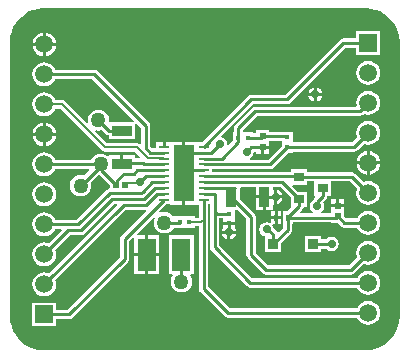
<source format=gtl>
G04*
G04 #@! TF.GenerationSoftware,Altium Limited,Altium Designer,18.1.7 (191)*
G04*
G04 Layer_Physical_Order=1*
G04 Layer_Color=255*
%FSLAX25Y25*%
%MOIN*%
G70*
G01*
G75*
%ADD12C,0.00787*%
%ADD14C,0.01000*%
%ADD16R,0.07087X0.18898*%
%ADD17R,0.03347X0.00984*%
%ADD18R,0.02165X0.01968*%
%ADD19R,0.01260X0.02047*%
%ADD20R,0.01772X0.01772*%
%ADD21R,0.06693X0.03740*%
%ADD22R,0.01772X0.01772*%
%ADD23R,0.06299X0.11024*%
%ADD24R,0.03347X0.03347*%
%ADD25R,0.03740X0.06693*%
%ADD26R,0.02441X0.02441*%
%ADD27R,0.03543X0.03150*%
%ADD45R,0.05906X0.05906*%
%ADD46C,0.05906*%
%ADD47C,0.05000*%
%ADD48C,0.02756*%
%ADD49C,0.01968*%
G36*
X120530Y113973D02*
X122008Y113577D01*
X123422Y112992D01*
X124747Y112227D01*
X125961Y111295D01*
X127043Y110213D01*
X127975Y108999D01*
X128740Y107674D01*
X129325Y106260D01*
X129721Y104782D01*
X129921Y103265D01*
Y102500D01*
Y11811D01*
Y11037D01*
X129719Y9502D01*
X129318Y8006D01*
X128726Y6576D01*
X127952Y5235D01*
X127009Y4007D01*
X125915Y2912D01*
X124686Y1969D01*
X123345Y1195D01*
X121915Y603D01*
X120419Y202D01*
X118884Y0D01*
X11037D01*
X9502Y202D01*
X8006Y603D01*
X6576Y1195D01*
X5235Y1969D01*
X4007Y2912D01*
X2912Y4007D01*
X1969Y5235D01*
X1195Y6576D01*
X603Y8006D01*
X202Y9502D01*
X0Y11037D01*
Y11811D01*
Y102500D01*
Y103265D01*
X200Y104782D01*
X596Y106260D01*
X1181Y107674D01*
X1946Y108999D01*
X2878Y110213D01*
X3960Y111295D01*
X5174Y112227D01*
X6499Y112992D01*
X7913Y113577D01*
X9391Y113973D01*
X10908Y114173D01*
X119013D01*
X120530Y113973D01*
D02*
G37*
%LPC*%
G36*
X12016Y105921D02*
Y102500D01*
X15437D01*
X15367Y103032D01*
X14968Y103993D01*
X14335Y104819D01*
X13509Y105453D01*
X12548Y105851D01*
X12016Y105921D01*
D02*
G37*
G36*
X11016D02*
X10484Y105851D01*
X9522Y105453D01*
X8697Y104819D01*
X8063Y103993D01*
X7665Y103032D01*
X7595Y102500D01*
X11016D01*
Y105921D01*
D02*
G37*
G36*
X123468Y106453D02*
X115563D01*
Y104029D01*
X111221D01*
X110635Y103913D01*
X110139Y103581D01*
X91748Y85191D01*
X80394D01*
X79808Y85074D01*
X79312Y84743D01*
X63975Y69406D01*
X62614D01*
Y69504D01*
X58571D01*
Y59055D01*
Y48606D01*
X62614D01*
Y48705D01*
X63116D01*
Y44221D01*
X61677D01*
Y44686D01*
X54756D01*
X54756Y44686D01*
Y44686D01*
X54272Y44725D01*
X53992Y45090D01*
X53261Y45652D01*
X52410Y46004D01*
X51496Y46124D01*
X50582Y46004D01*
X49884Y45715D01*
X49601Y46139D01*
X52167Y48705D01*
X53528D01*
Y48606D01*
X57571D01*
Y59055D01*
Y69504D01*
X53528D01*
Y69406D01*
X51996D01*
Y67913D01*
X50996D01*
Y69406D01*
X48823D01*
Y67474D01*
X47345D01*
X46805Y68014D01*
Y74904D01*
X46689Y75489D01*
X46357Y75986D01*
X29261Y93081D01*
X28765Y93413D01*
X28180Y93529D01*
X15161D01*
X14968Y93993D01*
X14335Y94819D01*
X13509Y95453D01*
X12548Y95851D01*
X11516Y95987D01*
X10484Y95851D01*
X9522Y95453D01*
X8697Y94819D01*
X8063Y93993D01*
X7665Y93032D01*
X7529Y92000D01*
X7665Y90968D01*
X8063Y90007D01*
X8697Y89181D01*
X9522Y88547D01*
X10484Y88149D01*
X11516Y88013D01*
X12548Y88149D01*
X13509Y88547D01*
X14335Y89181D01*
X14968Y90007D01*
X15161Y90471D01*
X27546D01*
X41387Y76630D01*
X41180Y76130D01*
X33478D01*
X33038Y76623D01*
X33058Y76772D01*
X32937Y77685D01*
X32585Y78537D01*
X32024Y79268D01*
X31293Y79829D01*
X30441Y80182D01*
X29528Y80302D01*
X28614Y80182D01*
X27762Y79829D01*
X27031Y79268D01*
X26470Y78537D01*
X26118Y77685D01*
X25997Y76772D01*
X26095Y76031D01*
X25621Y75798D01*
X18414Y83005D01*
X17953Y83313D01*
X17410Y83421D01*
X15206D01*
X14968Y83993D01*
X14335Y84819D01*
X13509Y85453D01*
X12548Y85851D01*
X11516Y85987D01*
X10484Y85851D01*
X9522Y85453D01*
X8697Y84819D01*
X8063Y83993D01*
X7665Y83032D01*
X7529Y82000D01*
X7665Y80968D01*
X8063Y80007D01*
X8697Y79181D01*
X9522Y78547D01*
X10484Y78149D01*
X11516Y78013D01*
X12548Y78149D01*
X13509Y78547D01*
X14335Y79181D01*
X14968Y80007D01*
X15206Y80579D01*
X16821D01*
X30712Y66688D01*
X31173Y66380D01*
X31716Y66272D01*
X41697D01*
X43497Y64472D01*
X43306Y64010D01*
X41748D01*
Y65106D01*
X37902D01*
Y62236D01*
X36902D01*
Y65106D01*
X33055D01*
Y64937D01*
X32555Y64691D01*
X32067Y65065D01*
X31215Y65418D01*
X30302Y65538D01*
X29388Y65418D01*
X28537Y65065D01*
X27806Y64504D01*
X27244Y63773D01*
X27144Y63529D01*
X15161D01*
X14968Y63993D01*
X14335Y64819D01*
X13509Y65453D01*
X12548Y65851D01*
X11516Y65987D01*
X10484Y65851D01*
X9522Y65453D01*
X8697Y64819D01*
X8063Y63993D01*
X7665Y63032D01*
X7529Y62000D01*
X7665Y60968D01*
X8063Y60007D01*
X8697Y59181D01*
X9522Y58547D01*
X10484Y58149D01*
X11516Y58013D01*
X12548Y58149D01*
X13509Y58547D01*
X14335Y59181D01*
X14968Y60007D01*
X15161Y60471D01*
X26355D01*
X26547Y60009D01*
X24771Y58233D01*
X24536Y58331D01*
X23622Y58451D01*
X22708Y58331D01*
X21857Y57978D01*
X21126Y57418D01*
X20565Y56686D01*
X20212Y55835D01*
X20092Y54921D01*
X20212Y54008D01*
X20565Y53156D01*
X21126Y52425D01*
X21857Y51864D01*
X22708Y51511D01*
X23622Y51391D01*
X24536Y51511D01*
X25387Y51864D01*
X26118Y52425D01*
X26679Y53156D01*
X27032Y54008D01*
X27152Y54921D01*
X27032Y55835D01*
X26934Y56071D01*
X29453Y58589D01*
X29842Y58538D01*
X33342Y55038D01*
Y54029D01*
X33340D01*
X32755Y53913D01*
X32259Y53581D01*
X22207Y43529D01*
X15161D01*
X14968Y43993D01*
X14335Y44819D01*
X13509Y45453D01*
X12548Y45851D01*
X11516Y45987D01*
X10484Y45851D01*
X9522Y45453D01*
X8697Y44819D01*
X8063Y43993D01*
X7665Y43032D01*
X7529Y42000D01*
X7665Y40968D01*
X8063Y40007D01*
X8697Y39181D01*
X9522Y38547D01*
X10484Y38149D01*
X11516Y38013D01*
X12548Y38149D01*
X13509Y38547D01*
X14335Y39181D01*
X14968Y40007D01*
X15161Y40471D01*
X17170D01*
X17361Y40009D01*
X13012Y35659D01*
X12548Y35851D01*
X11516Y35987D01*
X10484Y35851D01*
X9522Y35453D01*
X8697Y34819D01*
X8063Y33993D01*
X7665Y33032D01*
X7529Y32000D01*
X7665Y30968D01*
X8063Y30007D01*
X8697Y29181D01*
X9522Y28547D01*
X10484Y28149D01*
X11516Y28013D01*
X12548Y28149D01*
X13509Y28547D01*
X14335Y29181D01*
X14968Y30007D01*
X15367Y30968D01*
X15503Y32000D01*
X15367Y33032D01*
X15175Y33496D01*
X20149Y38471D01*
X23669D01*
X24254Y38587D01*
X24750Y38919D01*
X34802Y48971D01*
X35670D01*
X35862Y48509D01*
X13012Y25659D01*
X12548Y25851D01*
X11516Y25987D01*
X10484Y25851D01*
X9522Y25453D01*
X8697Y24819D01*
X8063Y23993D01*
X7665Y23032D01*
X7529Y22000D01*
X7665Y20968D01*
X8063Y20007D01*
X8697Y19181D01*
X9522Y18547D01*
X10484Y18149D01*
X11516Y18013D01*
X12548Y18149D01*
X13509Y18547D01*
X14335Y19181D01*
X14968Y20007D01*
X15367Y20968D01*
X15503Y22000D01*
X15367Y23032D01*
X15175Y23496D01*
X38649Y46971D01*
X45400D01*
X45606Y46588D01*
X45622Y46485D01*
X37200Y38063D01*
X36868Y37567D01*
X36752Y36982D01*
Y31210D01*
X19071Y13529D01*
X15469D01*
Y15953D01*
X7563D01*
Y8047D01*
X15469D01*
Y10471D01*
X19705D01*
X20290Y10587D01*
X20786Y10919D01*
X39363Y29495D01*
X39694Y29991D01*
X39811Y30577D01*
Y36349D01*
X41003Y37541D01*
X41465Y37349D01*
Y32395D01*
X45114D01*
Y38407D01*
X42522D01*
X42331Y38869D01*
X47951Y44489D01*
X48375Y44206D01*
X48086Y43508D01*
X47966Y42594D01*
X48086Y41680D01*
X48439Y40829D01*
X49000Y40098D01*
X49731Y39537D01*
X50582Y39184D01*
X51496Y39064D01*
X52410Y39184D01*
X53261Y39537D01*
X53992Y40098D01*
X54383Y40607D01*
X54756Y40914D01*
X61677D01*
Y41379D01*
X63116D01*
Y20539D01*
X63233Y19954D01*
X63564Y19458D01*
X71604Y11419D01*
X72100Y11087D01*
X72685Y10971D01*
X115871D01*
X116063Y10507D01*
X116697Y9681D01*
X117522Y9047D01*
X118484Y8649D01*
X119516Y8513D01*
X120548Y8649D01*
X121509Y9047D01*
X122335Y9681D01*
X122968Y10507D01*
X123367Y11468D01*
X123503Y12500D01*
X123367Y13532D01*
X122968Y14493D01*
X122335Y15319D01*
X121509Y15953D01*
X120548Y16351D01*
X119516Y16487D01*
X118484Y16351D01*
X117522Y15953D01*
X116697Y15319D01*
X116063Y14493D01*
X115871Y14029D01*
X73318D01*
X66175Y21173D01*
Y43532D01*
Y46260D01*
Y48705D01*
X66762D01*
Y46260D01*
Y34449D01*
X66878Y33863D01*
X67210Y33367D01*
X79159Y21419D01*
X79655Y21087D01*
X80240Y20971D01*
X115871D01*
X116063Y20507D01*
X116697Y19681D01*
X117522Y19047D01*
X118484Y18649D01*
X119516Y18513D01*
X120548Y18649D01*
X121509Y19047D01*
X122335Y19681D01*
X122968Y20507D01*
X123367Y21468D01*
X123503Y22500D01*
X123367Y23532D01*
X122968Y24493D01*
X122335Y25319D01*
X121509Y25953D01*
X120548Y26351D01*
X119516Y26487D01*
X118484Y26351D01*
X117522Y25953D01*
X116697Y25319D01*
X116063Y24493D01*
X115871Y24029D01*
X80874D01*
X69821Y35082D01*
Y44045D01*
X71193D01*
Y42925D01*
X74964D01*
Y43689D01*
Y46835D01*
X76003D01*
X78864Y43973D01*
Y31895D01*
X78981Y31310D01*
X79312Y30814D01*
X84399Y25727D01*
X84895Y25396D01*
X85480Y25279D01*
X113824D01*
X114410Y25396D01*
X114906Y25727D01*
X118020Y28841D01*
X118484Y28649D01*
X119516Y28513D01*
X120548Y28649D01*
X121509Y29047D01*
X122335Y29681D01*
X122968Y30507D01*
X123367Y31468D01*
X123503Y32500D01*
X123367Y33532D01*
X122968Y34493D01*
X122335Y35319D01*
X121509Y35953D01*
X120548Y36351D01*
X119516Y36487D01*
X118484Y36351D01*
X117522Y35953D01*
X116697Y35319D01*
X116063Y34493D01*
X115665Y33532D01*
X115529Y32500D01*
X115665Y31468D01*
X115857Y31004D01*
X113191Y28338D01*
X86114D01*
X81923Y32528D01*
Y44606D01*
X81807Y45192D01*
X81475Y45688D01*
X76689Y50474D01*
Y53927D01*
X76730Y54134D01*
X77090Y54573D01*
X81972D01*
Y51681D01*
X84842D01*
Y51181D01*
X85343D01*
Y46835D01*
X87713D01*
Y48536D01*
X88083Y48839D01*
Y51181D01*
Y53523D01*
X87713Y53827D01*
Y54573D01*
X90114D01*
X93685Y51003D01*
Y47819D01*
X93685D01*
X93801Y47539D01*
X92577Y46315D01*
X91087D01*
Y42268D01*
X91187D01*
Y40909D01*
X89730Y39452D01*
X89097Y39526D01*
X88975Y39707D01*
X87986Y40696D01*
X87870Y41282D01*
X87545Y41768D01*
X87813Y42268D01*
X88279D01*
Y43791D01*
X87150D01*
Y42800D01*
X86650Y42533D01*
X86558Y42594D01*
X85630Y42779D01*
X84702Y42594D01*
X83915Y42069D01*
X83390Y41282D01*
X83205Y40354D01*
X83390Y39426D01*
X83915Y38640D01*
X84702Y38114D01*
X85220Y38011D01*
Y32779D01*
X90567D01*
Y35963D01*
X93798Y39194D01*
X94130Y39690D01*
X94246Y40275D01*
Y42268D01*
X94346D01*
Y42699D01*
X107032D01*
Y42455D01*
X109310D01*
X110346Y41419D01*
X110843Y41087D01*
X111428Y40971D01*
X115871D01*
X116063Y40507D01*
X116697Y39681D01*
X117522Y39047D01*
X118484Y38649D01*
X119516Y38513D01*
X120548Y38649D01*
X121509Y39047D01*
X122335Y39681D01*
X122968Y40507D01*
X123367Y41468D01*
X123503Y42500D01*
X123367Y43532D01*
X122968Y44493D01*
X122335Y45319D01*
X121509Y45953D01*
X120548Y46351D01*
X119516Y46487D01*
X118484Y46351D01*
X117522Y45953D01*
X116697Y45319D01*
X116063Y44493D01*
X115871Y44029D01*
X112061D01*
X111472Y44618D01*
Y46077D01*
Y47798D01*
X109252D01*
X107032D01*
Y45758D01*
X103845D01*
X103693Y46258D01*
X104077Y46514D01*
X104602Y47300D01*
X104787Y48228D01*
X104602Y49156D01*
X104467Y49358D01*
X105412Y50303D01*
X105744Y50799D01*
X105860Y51385D01*
Y51559D01*
X107102D01*
Y56345D01*
X113508D01*
X115857Y53996D01*
X115665Y53532D01*
X115662Y53509D01*
X115378Y53085D01*
X115262Y52500D01*
X115378Y51915D01*
X115662Y51491D01*
X115665Y51468D01*
X116063Y50507D01*
X116697Y49681D01*
X117522Y49047D01*
X118484Y48649D01*
X119516Y48513D01*
X120548Y48649D01*
X121509Y49047D01*
X122335Y49681D01*
X122968Y50507D01*
X123367Y51468D01*
X123503Y52500D01*
X123367Y53532D01*
X122968Y54493D01*
X122335Y55319D01*
X121509Y55953D01*
X120548Y56351D01*
X119516Y56487D01*
X118484Y56351D01*
X118020Y56159D01*
X115223Y58956D01*
X114727Y59287D01*
X114142Y59403D01*
X99228D01*
Y60449D01*
X93685D01*
Y59600D01*
X67319D01*
Y60479D01*
X86697D01*
X87282Y60595D01*
X87778Y60926D01*
X92797Y65945D01*
X94406D01*
Y66301D01*
X114847D01*
X115432Y66418D01*
X115928Y66749D01*
X118020Y68841D01*
X118484Y68649D01*
X119516Y68513D01*
X120548Y68649D01*
X121509Y69047D01*
X122335Y69681D01*
X122968Y70507D01*
X123367Y71468D01*
X123503Y72500D01*
X123367Y73532D01*
X122968Y74493D01*
X122335Y75319D01*
X121509Y75953D01*
X120548Y76351D01*
X119516Y76487D01*
X118484Y76351D01*
X117522Y75953D01*
X116697Y75319D01*
X116063Y74493D01*
X115665Y73532D01*
X115529Y72500D01*
X115665Y71468D01*
X115857Y71004D01*
X114213Y69360D01*
X94406D01*
Y72866D01*
X90634D01*
Y72844D01*
X86563D01*
Y73535D01*
X82122D01*
Y72497D01*
X81217D01*
Y72854D01*
X77710D01*
Y73579D01*
X82326Y78195D01*
X116740D01*
X117325Y78311D01*
X117822Y78643D01*
X118020Y78841D01*
X118484Y78649D01*
X119516Y78513D01*
X120548Y78649D01*
X121509Y79047D01*
X122335Y79681D01*
X122968Y80507D01*
X123367Y81468D01*
X123503Y82500D01*
X123367Y83532D01*
X122968Y84493D01*
X122335Y85319D01*
X121509Y85953D01*
X120548Y86351D01*
X119516Y86487D01*
X118484Y86351D01*
X117522Y85953D01*
X116697Y85319D01*
X116063Y84493D01*
X115665Y83532D01*
X115529Y82500D01*
X115627Y81754D01*
X115255Y81254D01*
X81693D01*
X81108Y81137D01*
X80611Y80806D01*
X75100Y75294D01*
X74768Y74798D01*
X74652Y74213D01*
Y72854D01*
X74295D01*
Y69781D01*
X72883Y68369D01*
X72422Y68615D01*
X72445Y68727D01*
X72260Y69655D01*
X71734Y70442D01*
X70948Y70967D01*
X70562Y71044D01*
X70417Y71522D01*
X81027Y82132D01*
X92382D01*
X92967Y82249D01*
X93463Y82580D01*
X111854Y100971D01*
X115563D01*
Y98547D01*
X123468D01*
Y106453D01*
D02*
G37*
G36*
X15437Y101500D02*
X12016D01*
Y98079D01*
X12548Y98149D01*
X13509Y98547D01*
X14335Y99181D01*
X14968Y100007D01*
X15367Y100968D01*
X15437Y101500D01*
D02*
G37*
G36*
X11016D02*
X7595D01*
X7665Y100968D01*
X8063Y100007D01*
X8697Y99181D01*
X9522Y98547D01*
X10484Y98149D01*
X11016Y98079D01*
Y101500D01*
D02*
G37*
G36*
X119516Y96487D02*
X118484Y96351D01*
X117522Y95953D01*
X116697Y95319D01*
X116063Y94493D01*
X115665Y93532D01*
X115529Y92500D01*
X115665Y91468D01*
X116063Y90507D01*
X116697Y89681D01*
X117522Y89047D01*
X118484Y88649D01*
X119516Y88513D01*
X120548Y88649D01*
X121509Y89047D01*
X122335Y89681D01*
X122968Y90507D01*
X123367Y91468D01*
X123503Y92500D01*
X123367Y93532D01*
X122968Y94493D01*
X122335Y95319D01*
X121509Y95953D01*
X120548Y96351D01*
X119516Y96487D01*
D02*
G37*
G36*
X102380Y87644D02*
Y85819D01*
X104206D01*
X104120Y86247D01*
X103595Y87034D01*
X102808Y87559D01*
X102380Y87644D01*
D02*
G37*
G36*
X101380D02*
X100953Y87559D01*
X100166Y87034D01*
X99641Y86247D01*
X99555Y85819D01*
X101380D01*
Y87644D01*
D02*
G37*
G36*
X104206Y84819D02*
X102380D01*
Y82994D01*
X102808Y83079D01*
X103595Y83605D01*
X104120Y84391D01*
X104206Y84819D01*
D02*
G37*
G36*
X101380D02*
X99555D01*
X99641Y84391D01*
X100166Y83605D01*
X100953Y83079D01*
X101380Y82994D01*
Y84819D01*
D02*
G37*
G36*
X12016Y75921D02*
Y72500D01*
X15437D01*
X15367Y73032D01*
X14968Y73993D01*
X14335Y74819D01*
X13509Y75453D01*
X12548Y75851D01*
X12016Y75921D01*
D02*
G37*
G36*
X11016D02*
X10484Y75851D01*
X9522Y75453D01*
X8697Y74819D01*
X8063Y73993D01*
X7665Y73032D01*
X7595Y72500D01*
X11016D01*
Y75921D01*
D02*
G37*
G36*
X15437Y71500D02*
X12016D01*
Y68079D01*
X12548Y68149D01*
X13509Y68547D01*
X14335Y69181D01*
X14968Y70007D01*
X15367Y70968D01*
X15437Y71500D01*
D02*
G37*
G36*
X11016D02*
X7595D01*
X7665Y70968D01*
X8063Y70007D01*
X8697Y69181D01*
X9522Y68547D01*
X10484Y68149D01*
X11016Y68079D01*
Y71500D01*
D02*
G37*
G36*
X120016Y66421D02*
Y63000D01*
X123437D01*
X123367Y63532D01*
X122968Y64493D01*
X122335Y65319D01*
X121509Y65953D01*
X120548Y66351D01*
X120016Y66421D01*
D02*
G37*
G36*
X119016D02*
X118484Y66351D01*
X117522Y65953D01*
X116697Y65319D01*
X116063Y64493D01*
X115665Y63532D01*
X115595Y63000D01*
X119016D01*
Y66421D01*
D02*
G37*
G36*
X123437Y62000D02*
X120016D01*
Y58579D01*
X120548Y58649D01*
X121509Y59047D01*
X122335Y59681D01*
X122968Y60507D01*
X123367Y61468D01*
X123437Y62000D01*
D02*
G37*
G36*
X119016D02*
X115595D01*
X115665Y61468D01*
X116063Y60507D01*
X116697Y59681D01*
X117522Y59047D01*
X118484Y58649D01*
X119016Y58579D01*
Y62000D01*
D02*
G37*
G36*
X89083Y53506D02*
Y51681D01*
X90908D01*
X90823Y52109D01*
X90297Y52895D01*
X89511Y53421D01*
X89083Y53506D01*
D02*
G37*
G36*
X90908Y50681D02*
X89083D01*
Y48856D01*
X89511Y48941D01*
X90297Y49467D01*
X90823Y50253D01*
X90908Y50681D01*
D02*
G37*
G36*
X111472Y50518D02*
X109752D01*
Y48798D01*
X111472D01*
Y50518D01*
D02*
G37*
G36*
X108752D02*
X107032D01*
Y48798D01*
X108752D01*
Y50518D01*
D02*
G37*
G36*
X11516Y55987D02*
X10484Y55851D01*
X9522Y55453D01*
X8697Y54819D01*
X8063Y53993D01*
X7665Y53032D01*
X7529Y52000D01*
X7665Y50968D01*
X8063Y50007D01*
X8697Y49181D01*
X9522Y48547D01*
X10484Y48149D01*
X11516Y48013D01*
X12548Y48149D01*
X13509Y48547D01*
X14335Y49181D01*
X14968Y50007D01*
X15367Y50968D01*
X15503Y52000D01*
X15367Y53032D01*
X14968Y53993D01*
X14335Y54819D01*
X13509Y55453D01*
X12548Y55851D01*
X11516Y55987D01*
D02*
G37*
G36*
X84342Y50681D02*
X81972D01*
Y46835D01*
X84342D01*
Y50681D01*
D02*
G37*
G36*
X90409Y46315D02*
X89280D01*
Y44791D01*
X90409D01*
Y46315D01*
D02*
G37*
G36*
X88279D02*
X87150D01*
Y44791D01*
X88279D01*
Y46315D01*
D02*
G37*
G36*
X90409Y43791D02*
X89280D01*
Y42268D01*
X90409D01*
Y43791D01*
D02*
G37*
G36*
X74964Y41925D02*
X71193D01*
Y40828D01*
X70839Y40298D01*
X70754Y39870D01*
X75404D01*
X75319Y40298D01*
X74964Y40828D01*
Y41925D01*
D02*
G37*
G36*
X75404Y38870D02*
X73579D01*
Y37045D01*
X74007Y37130D01*
X74793Y37656D01*
X75319Y38442D01*
X75404Y38870D01*
D02*
G37*
G36*
X72579D02*
X70754D01*
X70839Y38442D01*
X71364Y37656D01*
X72151Y37130D01*
X72579Y37045D01*
Y38870D01*
D02*
G37*
G36*
X103756Y38126D02*
X98409D01*
Y32779D01*
X103756D01*
Y33923D01*
X105445D01*
X105569Y33738D01*
X106356Y33213D01*
X107283Y33028D01*
X108211Y33213D01*
X108998Y33738D01*
X109523Y34525D01*
X109708Y35453D01*
X109523Y36380D01*
X108998Y37167D01*
X108211Y37693D01*
X107283Y37877D01*
X106356Y37693D01*
X105569Y37167D01*
X105445Y36982D01*
X103756D01*
Y38126D01*
D02*
G37*
G36*
X49764Y38407D02*
X46114D01*
Y32395D01*
X49764D01*
Y38407D01*
D02*
G37*
G36*
Y31395D02*
X46114D01*
Y25383D01*
X49764D01*
Y31395D01*
D02*
G37*
G36*
X45114D02*
X41465D01*
Y25383D01*
X45114D01*
Y31395D01*
D02*
G37*
G36*
X61378Y38407D02*
X53079D01*
Y25383D01*
X54164D01*
X54386Y24935D01*
X54171Y24655D01*
X53818Y23804D01*
X53698Y22890D01*
X53818Y21976D01*
X54171Y21125D01*
X54732Y20394D01*
X55463Y19833D01*
X56315Y19480D01*
X57228Y19360D01*
X58142Y19480D01*
X58993Y19833D01*
X59725Y20394D01*
X60286Y21125D01*
X60638Y21976D01*
X60759Y22890D01*
X60638Y23804D01*
X60286Y24655D01*
X60071Y24935D01*
X60292Y25383D01*
X61378D01*
Y38407D01*
D02*
G37*
%LPD*%
G36*
X43746Y74271D02*
Y68887D01*
X43519Y68792D01*
X43246Y68727D01*
X42829Y69006D01*
X42285Y69114D01*
X32305D01*
X28554Y72865D01*
X28787Y73339D01*
X29528Y73242D01*
X30441Y73362D01*
X30677Y73459D01*
X31958Y72178D01*
X32454Y71847D01*
X33039Y71730D01*
X33055D01*
Y70390D01*
X41748D01*
Y75562D01*
X42248Y75769D01*
X43746Y74271D01*
D02*
G37*
G36*
X90634Y68108D02*
X86063Y63537D01*
X80205D01*
X80053Y64037D01*
X80657Y64441D01*
X81182Y65227D01*
X81367Y66155D01*
X81374Y66163D01*
X82122D01*
Y65472D01*
X83842D01*
Y67693D01*
X84342D01*
Y68193D01*
X86563D01*
Y69786D01*
X90634D01*
Y68108D01*
D02*
G37*
G36*
X101559Y51559D02*
X101689D01*
X101880Y51097D01*
X101281Y50497D01*
X101122Y50259D01*
X100648Y49943D01*
X100122Y49156D01*
X99938Y48228D01*
X100122Y47300D01*
X100648Y46514D01*
X101031Y46258D01*
X100880Y45758D01*
X96999D01*
X96808Y46220D01*
X97538Y46950D01*
X97870Y47446D01*
X97944Y47819D01*
X99228D01*
Y52969D01*
X96045D01*
X94176Y54837D01*
X94367Y55299D01*
X99228D01*
Y56345D01*
X101559D01*
Y51559D01*
D02*
G37*
%LPC*%
G36*
X86563Y67193D02*
X84842D01*
Y65472D01*
X86563D01*
Y67193D01*
D02*
G37*
%LPD*%
D12*
X63914Y42800D02*
X64646Y43532D01*
X59791Y42800D02*
X63914D01*
X38969Y55709D02*
X43020D01*
X64592Y46206D02*
X64646Y46260D01*
X38378Y55118D02*
X38969Y55709D01*
X49962Y64051D02*
X51421D01*
X49962Y64051D02*
X49962Y64051D01*
X45927Y64051D02*
X49962D01*
X42285Y67693D02*
X45927Y64051D01*
X17410Y82000D02*
X31716Y67693D01*
X42285D01*
X51421Y64051D02*
X51496Y63976D01*
X11516Y82000D02*
X17410D01*
D14*
X57228Y22890D02*
Y31895D01*
Y22142D02*
Y22890D01*
X64646Y20539D02*
Y43532D01*
Y20539D02*
X72685Y12500D01*
X56436Y42594D02*
X56642Y42800D01*
X51496Y42594D02*
X56436D01*
X64646Y43532D02*
Y46260D01*
X76181Y74213D02*
X81693Y79724D01*
X76181Y70968D02*
Y74213D01*
X81693Y79724D02*
X116740D01*
X67238Y65945D02*
X70020Y68727D01*
X64646Y65945D02*
X67238D01*
X61024D02*
X64646D01*
X30302Y61601D02*
Y62008D01*
X23622Y54921D02*
X30302Y61601D01*
X22840Y42000D02*
X33340Y52500D01*
X34169Y50500D02*
X44721D01*
X23669Y40000D02*
X34169Y50500D01*
X11516Y42000D02*
X22840D01*
X19516Y40000D02*
X23669D01*
X33340Y52500D02*
X43861D01*
X38016Y48500D02*
X45549D01*
X11516Y22000D02*
X38016Y48500D01*
X43861Y52500D02*
X44323Y52962D01*
X44721Y50500D02*
X46323Y52102D01*
X45549Y48500D02*
X49215Y52165D01*
X38281Y36982D02*
X51496Y50197D01*
X38281Y30577D02*
Y36982D01*
X44323Y52967D02*
X47427Y56071D01*
X44323Y52962D02*
Y52967D01*
X43307Y56102D02*
X45276Y58071D01*
X41369Y58866D02*
X42543Y60039D01*
X37938Y58866D02*
X41369D01*
X42543Y60039D02*
X51496D01*
X64646Y58071D02*
X96260D01*
X64646Y54134D02*
X75201D01*
X64646Y62008D02*
X86697D01*
X58217Y61322D02*
Y65106D01*
Y61322D02*
X59500Y60039D01*
X64646Y67913D02*
X80394Y83661D01*
X11516Y62000D02*
X30294D01*
X30302Y62008D01*
Y60242D02*
X35425Y55118D01*
X64646Y46260D02*
Y50197D01*
X11516Y12000D02*
X19705D01*
X38281Y30577D01*
X49215Y52165D02*
X51496D01*
X46323Y52139D02*
X47591Y53407D01*
X46323Y52102D02*
Y52139D01*
X47628Y53407D02*
X48323Y54102D01*
X47591Y53407D02*
X47628D01*
X47427Y56071D02*
X47463D01*
X48438Y54134D02*
X51496D01*
X48323Y54102D02*
X48438D01*
X11516Y32000D02*
X19516Y40000D01*
X47463Y56102D02*
X51496D01*
X45276Y58071D02*
X51496D01*
X35795Y56724D02*
X37938Y58866D01*
X45533Y62008D02*
X51496D01*
X45502Y62039D02*
X45533Y62008D01*
X44697Y62039D02*
X45502D01*
X44256Y62480D02*
X44697Y62039D01*
X40216Y62480D02*
X44256D01*
X39743Y62008D02*
X40216Y62480D01*
X37630Y62008D02*
X39743D01*
X37402Y62236D02*
X37630Y62008D01*
X35425Y55118D02*
X35795Y55488D01*
Y56724D01*
X33039Y73260D02*
X37402D01*
X29528Y76772D02*
X33039Y73260D01*
X28180Y92000D02*
X45276Y74904D01*
X11516Y92000D02*
X28180D01*
X45276Y67381D02*
Y74904D01*
Y67381D02*
X46712Y65945D01*
X49178D02*
X49178Y65945D01*
X51496D01*
X46712Y65945D02*
X49178D01*
X55409Y67913D02*
X58217Y65106D01*
X59500Y60039D02*
X64646D01*
X58217Y65106D02*
X60039Y66929D01*
X61024Y65945D01*
X93101Y44676D02*
X93549Y44228D01*
X72685Y12500D02*
X119516D01*
X87894Y35453D02*
Y38626D01*
X86165Y40354D02*
X87894Y38626D01*
X85630Y40354D02*
X86165D01*
X68291Y34449D02*
X80240Y22500D01*
X101083Y35453D02*
X107283D01*
X107379D01*
X92716Y40275D02*
Y44291D01*
X87894Y35453D02*
X92716Y40275D01*
X68291Y46260D02*
Y52134D01*
Y34449D02*
Y46260D01*
X68976Y45575D01*
X73079D01*
X64646Y52165D02*
X68291D01*
X80240Y22500D02*
X119516D01*
X113824Y26809D02*
X119516Y32500D01*
X85480Y26809D02*
X113824D01*
X80394Y31895D02*
X85480Y26809D01*
X80394Y31895D02*
Y44606D01*
X73819Y51181D02*
X80394Y44606D01*
X102362Y48228D02*
Y49416D01*
X93549Y44228D02*
X108805D01*
X109252Y44676D01*
X96457Y48031D02*
Y50394D01*
X93101Y44676D02*
X96457Y48031D01*
X102362Y49416D02*
X104331Y51385D01*
Y54134D01*
X109252Y44676D02*
X111428Y42500D01*
X119516D01*
X92716Y44291D02*
X93101Y44676D01*
X114847Y67831D02*
X119516Y72500D01*
X92520Y67831D02*
X114847D01*
X78942Y66155D02*
X80480Y67693D01*
X84342D01*
X86697Y62008D02*
X92520Y67831D01*
X92185Y71315D02*
X92520Y70980D01*
X84342Y71315D02*
X92185D01*
X83996Y70968D02*
X84342Y71315D01*
X79331Y70968D02*
X83996D01*
X96457Y57874D02*
X114142D01*
X119516Y52500D01*
X90748Y56102D02*
X96457Y50394D01*
X64646Y56102D02*
X90748D01*
X88583Y51181D02*
X88583Y51181D01*
X73079Y39370D02*
Y42425D01*
X84842Y51181D02*
X88583D01*
X96260Y58071D02*
X96457Y57874D01*
X70653Y63976D02*
X76181Y69504D01*
Y70968D01*
X111221Y102500D02*
X119516D01*
X92382Y83661D02*
X111221Y102500D01*
X80394Y83661D02*
X92382D01*
X116791Y52500D02*
X119516D01*
X64646Y63976D02*
X70653D01*
X116740Y79724D02*
X119516Y82500D01*
D16*
X58071Y59055D02*
D03*
D17*
X64646Y50197D02*
D03*
Y52165D02*
D03*
Y54134D02*
D03*
Y56102D02*
D03*
Y58071D02*
D03*
Y60039D02*
D03*
Y62008D02*
D03*
Y63976D02*
D03*
Y65945D02*
D03*
Y67913D02*
D03*
X51496Y50197D02*
D03*
Y52165D02*
D03*
Y54134D02*
D03*
Y56102D02*
D03*
Y58071D02*
D03*
Y60039D02*
D03*
Y62008D02*
D03*
Y63976D02*
D03*
Y65945D02*
D03*
Y67913D02*
D03*
D18*
X35425Y55118D02*
D03*
X38378D02*
D03*
D19*
X92716Y44291D02*
D03*
X88779D02*
D03*
D20*
X73079Y45575D02*
D03*
Y42425D02*
D03*
X92520Y67831D02*
D03*
Y70980D02*
D03*
D21*
X37402Y62236D02*
D03*
Y73260D02*
D03*
D22*
X59791Y42800D02*
D03*
X56642D02*
D03*
X76181Y70968D02*
D03*
X79331D02*
D03*
D23*
X45614Y31895D02*
D03*
X57228D02*
D03*
D24*
X87894Y35453D02*
D03*
X101083D02*
D03*
D25*
X73819Y51181D02*
D03*
X84842D02*
D03*
D26*
X84342Y67693D02*
D03*
Y71315D02*
D03*
X109252Y48298D02*
D03*
Y44676D02*
D03*
D27*
X96457Y57874D02*
D03*
Y50394D02*
D03*
X104331Y54134D02*
D03*
D45*
X119516Y102500D02*
D03*
X11516Y12000D02*
D03*
D46*
X119516Y92500D02*
D03*
Y72500D02*
D03*
Y62500D02*
D03*
Y52500D02*
D03*
Y42500D02*
D03*
Y32500D02*
D03*
Y22500D02*
D03*
Y12500D02*
D03*
Y82500D02*
D03*
X11516Y22000D02*
D03*
Y42000D02*
D03*
Y52000D02*
D03*
Y62000D02*
D03*
Y72000D02*
D03*
Y82000D02*
D03*
Y92000D02*
D03*
Y102000D02*
D03*
Y32000D02*
D03*
D47*
X57228Y22890D02*
D03*
X51496Y42594D02*
D03*
X23622Y54921D02*
D03*
X30302Y62008D02*
D03*
X29528Y76772D02*
D03*
D48*
X70020Y68727D02*
D03*
X101880Y85319D02*
D03*
X43307Y56102D02*
D03*
X85630Y40354D02*
D03*
X107283Y35453D02*
D03*
X102362Y48228D02*
D03*
X78942Y66155D02*
D03*
X88583Y51181D02*
D03*
X73079Y39370D02*
D03*
D49*
X60039Y51181D02*
D03*
X56102D02*
D03*
X60039Y55118D02*
D03*
X56102D02*
D03*
X60039Y59055D02*
D03*
X56102D02*
D03*
X60039Y62992D02*
D03*
X56102D02*
D03*
X60039Y66929D02*
D03*
X56102D02*
D03*
M02*

</source>
